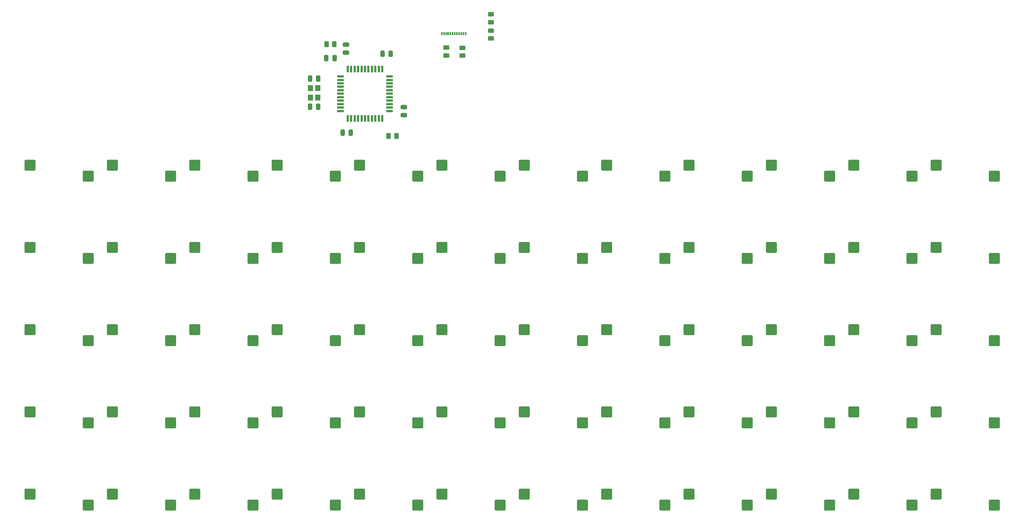
<source format=gbr>
%TF.GenerationSoftware,KiCad,Pcbnew,8.0.4*%
%TF.CreationDate,2024-09-02T18:18:05-04:00*%
%TF.ProjectId,BTKeyboardAttempt,42544b65-7962-46f6-9172-64417474656d,rev?*%
%TF.SameCoordinates,Original*%
%TF.FileFunction,Paste,Top*%
%TF.FilePolarity,Positive*%
%FSLAX46Y46*%
G04 Gerber Fmt 4.6, Leading zero omitted, Abs format (unit mm)*
G04 Created by KiCad (PCBNEW 8.0.4) date 2024-09-02 18:18:05*
%MOMM*%
%LPD*%
G01*
G04 APERTURE LIST*
G04 Aperture macros list*
%AMRoundRect*
0 Rectangle with rounded corners*
0 $1 Rounding radius*
0 $2 $3 $4 $5 $6 $7 $8 $9 X,Y pos of 4 corners*
0 Add a 4 corners polygon primitive as box body*
4,1,4,$2,$3,$4,$5,$6,$7,$8,$9,$2,$3,0*
0 Add four circle primitives for the rounded corners*
1,1,$1+$1,$2,$3*
1,1,$1+$1,$4,$5*
1,1,$1+$1,$6,$7*
1,1,$1+$1,$8,$9*
0 Add four rect primitives between the rounded corners*
20,1,$1+$1,$2,$3,$4,$5,0*
20,1,$1+$1,$4,$5,$6,$7,0*
20,1,$1+$1,$6,$7,$8,$9,0*
20,1,$1+$1,$8,$9,$2,$3,0*%
G04 Aperture macros list end*
%ADD10RoundRect,0.250000X-0.450000X0.262500X-0.450000X-0.262500X0.450000X-0.262500X0.450000X0.262500X0*%
%ADD11RoundRect,0.250000X-1.025000X-1.000000X1.025000X-1.000000X1.025000X1.000000X-1.025000X1.000000X0*%
%ADD12R,1.200000X1.400000*%
%ADD13RoundRect,0.250000X-0.262500X-0.450000X0.262500X-0.450000X0.262500X0.450000X-0.262500X0.450000X0*%
%ADD14R,0.300000X0.700000*%
%ADD15R,0.550000X1.500000*%
%ADD16R,1.500000X0.550000*%
%ADD17RoundRect,0.250000X0.250000X0.475000X-0.250000X0.475000X-0.250000X-0.475000X0.250000X-0.475000X0*%
%ADD18RoundRect,0.250000X0.450000X-0.262500X0.450000X0.262500X-0.450000X0.262500X-0.450000X-0.262500X0*%
%ADD19RoundRect,0.250000X-0.250000X-0.475000X0.250000X-0.475000X0.250000X0.475000X-0.250000X0.475000X0*%
%ADD20RoundRect,0.250000X0.475000X-0.250000X0.475000X0.250000X-0.475000X0.250000X-0.475000X-0.250000X0*%
G04 APERTURE END LIST*
D10*
%TO.C,R3*%
X148899996Y-24002500D03*
X148899996Y-25827500D03*
%TD*%
D11*
%TO.C,MX30*%
X161347500Y-130016250D03*
X147897500Y-127476250D03*
%TD*%
%TO.C,MX13*%
X104197500Y-91916250D03*
X90747500Y-89376250D03*
%TD*%
%TO.C,MX23*%
X142297500Y-91916250D03*
X128847500Y-89376250D03*
%TD*%
%TO.C,MX21*%
X142297500Y-53816250D03*
X128847500Y-51276250D03*
%TD*%
%TO.C,MX52*%
X256597500Y-72866250D03*
X243147500Y-70326250D03*
%TD*%
D12*
%TO.C,Y1*%
X119250000Y-35581250D03*
X119250000Y-33381250D03*
X117550000Y-33381250D03*
X117550000Y-35581250D03*
%TD*%
D11*
%TO.C,MX16*%
X123247500Y-53816250D03*
X109797500Y-51276250D03*
%TD*%
%TO.C,MX56*%
X275647500Y-53816250D03*
X262197500Y-51276250D03*
%TD*%
D13*
%TO.C,R4*%
X121237500Y-23231250D03*
X123062500Y-23231250D03*
%TD*%
D11*
%TO.C,MX60*%
X275647500Y-130016250D03*
X262197500Y-127476250D03*
%TD*%
D14*
%TO.C,J1*%
X153399996Y-20760000D03*
X152899996Y-20760000D03*
X152399996Y-20760000D03*
X151899996Y-20760000D03*
X151399996Y-20760000D03*
X150899996Y-20760000D03*
X150399996Y-20760000D03*
X149899996Y-20760000D03*
X149399996Y-20760000D03*
X148899996Y-20760000D03*
X148399996Y-20760000D03*
X147899996Y-20760000D03*
%TD*%
D11*
%TO.C,MX6*%
X85147500Y-91916250D03*
X71697500Y-89376250D03*
%TD*%
%TO.C,MX3*%
X66097500Y-72866250D03*
X52647500Y-70326250D03*
%TD*%
%TO.C,MX42*%
X218497500Y-72866250D03*
X205047500Y-70326250D03*
%TD*%
%TO.C,MX45*%
X218497500Y-130016250D03*
X205047500Y-127476250D03*
%TD*%
%TO.C,MX8*%
X85147500Y-110966250D03*
X71697500Y-108426250D03*
%TD*%
%TO.C,MX35*%
X180397500Y-130016250D03*
X166947500Y-127476250D03*
%TD*%
%TO.C,MX36*%
X199447500Y-53816250D03*
X185997500Y-51276250D03*
%TD*%
%TO.C,MX1*%
X66097500Y-53816250D03*
X52647500Y-51276250D03*
%TD*%
%TO.C,MX55*%
X256597500Y-130016250D03*
X243147500Y-127476250D03*
%TD*%
%TO.C,MX9*%
X66097500Y-130016250D03*
X52647500Y-127476250D03*
%TD*%
%TO.C,MX39*%
X199447500Y-110966250D03*
X185997500Y-108426250D03*
%TD*%
%TO.C,MX11*%
X104197500Y-53816250D03*
X90747500Y-51276250D03*
%TD*%
%TO.C,MX24*%
X142297500Y-110966250D03*
X128847500Y-108426250D03*
%TD*%
%TO.C,MX37*%
X199447500Y-72866250D03*
X185997500Y-70326250D03*
%TD*%
%TO.C,MX32*%
X180397500Y-72866250D03*
X166947500Y-70326250D03*
%TD*%
%TO.C,MX20*%
X123247500Y-130016250D03*
X109797500Y-127476250D03*
%TD*%
D10*
%TO.C,R6*%
X159250000Y-16337500D03*
X159250000Y-18162500D03*
%TD*%
D11*
%TO.C,MX48*%
X237547500Y-91916250D03*
X224097500Y-89376250D03*
%TD*%
%TO.C,MX33*%
X180397500Y-91916250D03*
X166947500Y-89376250D03*
%TD*%
%TO.C,MX2*%
X85147500Y-53816250D03*
X71697500Y-51276250D03*
%TD*%
%TO.C,MX15*%
X104197500Y-130016250D03*
X90747500Y-127476250D03*
%TD*%
%TO.C,MX5*%
X66097500Y-91916250D03*
X52647500Y-89376250D03*
%TD*%
%TO.C,MX53*%
X256597500Y-91916250D03*
X243147500Y-89376250D03*
%TD*%
%TO.C,MX46*%
X237547500Y-53816250D03*
X224097500Y-51276250D03*
%TD*%
%TO.C,MX57*%
X275647500Y-72866250D03*
X262197500Y-70326250D03*
%TD*%
%TO.C,MX31*%
X180397500Y-53816250D03*
X166947500Y-51276250D03*
%TD*%
D15*
%TO.C,U2*%
X134150000Y-29000000D03*
X133350000Y-29000000D03*
X132550000Y-29000000D03*
X131750000Y-29000000D03*
X130950000Y-29000000D03*
X130150000Y-29000000D03*
X129350000Y-29000000D03*
X128550000Y-29000000D03*
X127750000Y-29000000D03*
X126950000Y-29000000D03*
X126150000Y-29000000D03*
D16*
X124450000Y-30700000D03*
X124450000Y-31500000D03*
X124450000Y-32300000D03*
X124450000Y-33100000D03*
X124450000Y-33900000D03*
X124450000Y-34700000D03*
X124450000Y-35500000D03*
X124450000Y-36300000D03*
X124450000Y-37100000D03*
X124450000Y-37900000D03*
X124450000Y-38700000D03*
D15*
X126150000Y-40400000D03*
X126950000Y-40400000D03*
X127750000Y-40400000D03*
X128550000Y-40400000D03*
X129350000Y-40400000D03*
X130150000Y-40400000D03*
X130950000Y-40400000D03*
X131750000Y-40400000D03*
X132550000Y-40400000D03*
X133350000Y-40400000D03*
X134150000Y-40400000D03*
D16*
X135850000Y-38700000D03*
X135850000Y-37900000D03*
X135850000Y-37100000D03*
X135850000Y-36300000D03*
X135850000Y-35500000D03*
X135850000Y-34700000D03*
X135850000Y-33900000D03*
X135850000Y-33100000D03*
X135850000Y-32300000D03*
X135850000Y-31500000D03*
X135850000Y-30700000D03*
%TD*%
D11*
%TO.C,MX25*%
X142297500Y-130016250D03*
X128847500Y-127476250D03*
%TD*%
D17*
%TO.C,C4*%
X123100000Y-26481250D03*
X121200000Y-26481250D03*
%TD*%
D11*
%TO.C,MX41*%
X218497500Y-53816250D03*
X205047500Y-51276250D03*
%TD*%
%TO.C,MX7*%
X66097500Y-110966250D03*
X52647500Y-108426250D03*
%TD*%
D18*
%TO.C,R5*%
X159250000Y-21912500D03*
X159250000Y-20087500D03*
%TD*%
D11*
%TO.C,MX27*%
X161347500Y-72866250D03*
X147897500Y-70326250D03*
%TD*%
%TO.C,MX18*%
X123247500Y-91916250D03*
X109797500Y-89376250D03*
%TD*%
%TO.C,MX50*%
X237547500Y-130016250D03*
X224097500Y-127476250D03*
%TD*%
D17*
%TO.C,C3*%
X126850000Y-43731250D03*
X124950000Y-43731250D03*
%TD*%
D11*
%TO.C,MX51*%
X256597500Y-53816250D03*
X243147500Y-51276250D03*
%TD*%
%TO.C,MX40*%
X199447500Y-130016250D03*
X185997500Y-127476250D03*
%TD*%
%TO.C,MX12*%
X104197500Y-72866250D03*
X90747500Y-70326250D03*
%TD*%
%TO.C,MX47*%
X237547500Y-72866250D03*
X224097500Y-70326250D03*
%TD*%
%TO.C,MX58*%
X275647500Y-91916250D03*
X262197500Y-89376250D03*
%TD*%
%TO.C,MX59*%
X275647500Y-110966250D03*
X262197500Y-108426250D03*
%TD*%
%TO.C,MX43*%
X218497500Y-91916250D03*
X205047500Y-89376250D03*
%TD*%
D19*
%TO.C,C6*%
X117450000Y-37731250D03*
X119350000Y-37731250D03*
%TD*%
D11*
%TO.C,MX54*%
X256597500Y-110966250D03*
X243147500Y-108426250D03*
%TD*%
%TO.C,MX19*%
X123247500Y-110966250D03*
X109797500Y-108426250D03*
%TD*%
%TO.C,MX14*%
X104197500Y-110966250D03*
X90747500Y-108426250D03*
%TD*%
D19*
%TO.C,C5*%
X134200000Y-25481250D03*
X136100000Y-25481250D03*
%TD*%
D11*
%TO.C,MX22*%
X142297500Y-72866250D03*
X128847500Y-70326250D03*
%TD*%
D13*
%TO.C,R1*%
X135587500Y-44481250D03*
X137412500Y-44481250D03*
%TD*%
D11*
%TO.C,MX26*%
X161347500Y-53816250D03*
X147897500Y-51276250D03*
%TD*%
%TO.C,MX28*%
X161347500Y-91916250D03*
X147897500Y-89376250D03*
%TD*%
D17*
%TO.C,C7*%
X119350000Y-31231250D03*
X117450000Y-31231250D03*
%TD*%
D11*
%TO.C,MX49*%
X237547500Y-110966250D03*
X224097500Y-108426250D03*
%TD*%
D20*
%TO.C,C1*%
X125750000Y-25200000D03*
X125750000Y-23300000D03*
%TD*%
D11*
%TO.C,MX44*%
X218497500Y-110966250D03*
X205047500Y-108426250D03*
%TD*%
D10*
%TO.C,R2*%
X152649996Y-24077500D03*
X152649996Y-25902500D03*
%TD*%
D11*
%TO.C,MX4*%
X85147500Y-72866250D03*
X71697500Y-70326250D03*
%TD*%
%TO.C,MX38*%
X199447500Y-91916250D03*
X185997500Y-89376250D03*
%TD*%
%TO.C,MX29*%
X161347500Y-110966250D03*
X147897500Y-108426250D03*
%TD*%
%TO.C,MX10*%
X85147500Y-130016250D03*
X71697500Y-127476250D03*
%TD*%
%TO.C,MX34*%
X180397500Y-110966250D03*
X166947500Y-108426250D03*
%TD*%
%TO.C,MX17*%
X123247500Y-72866250D03*
X109797500Y-70326250D03*
%TD*%
D20*
%TO.C,C2*%
X139150000Y-39681250D03*
X139150000Y-37781250D03*
%TD*%
M02*

</source>
